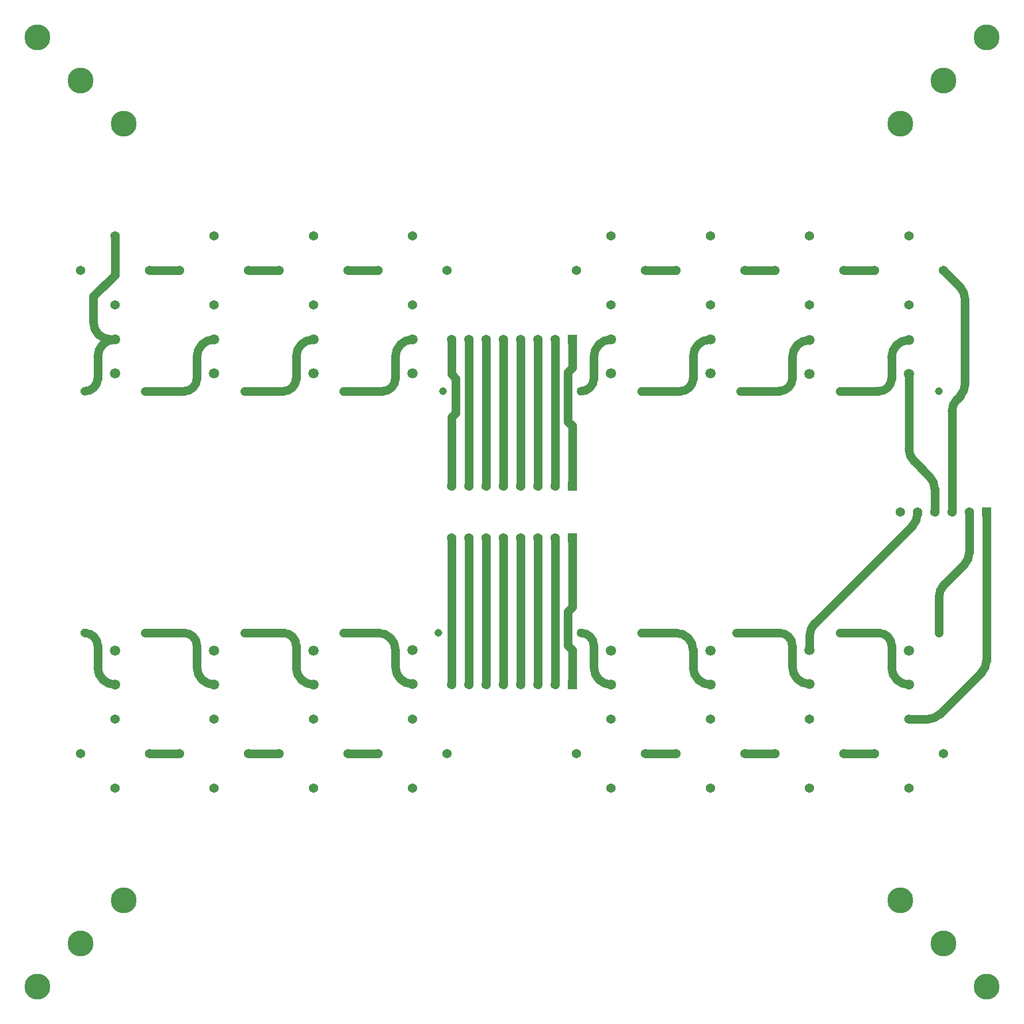
<source format=gbr>
%TF.GenerationSoftware,Altium Limited,Altium Designer,24.0.1 (36)*%
G04 Layer_Physical_Order=1*
G04 Layer_Color=255*
%FSLAX45Y45*%
%MOMM*%
%TF.SameCoordinates,30B9EBA5-48D0-47E5-9341-C4D43BC7BEBE*%
%TF.FilePolarity,Positive*%
%TF.FileFunction,Copper,L1,Top,Signal*%
%TF.Part,Single*%
G01*
G75*
%TA.AperFunction,Conductor*%
%ADD10C,1.27000*%
%TA.AperFunction,ComponentPad*%
%ADD11R,1.37000X1.37000*%
%ADD12C,1.37000*%
%TA.AperFunction,WasherPad*%
%ADD13C,3.81000*%
%TA.AperFunction,ComponentPad*%
%ADD14C,1.14300*%
%ADD15C,1.49860*%
D10*
X5894605Y-201395D02*
G03*
X5969000Y-21790I-179605J179605D01*
G01*
X4455895Y-1640105D02*
G03*
X4381500Y-1819710I179605J-179605D01*
G01*
X6667500Y3133290D02*
G03*
X6593105Y3312895I-254000J0D01*
G01*
Y1703605D02*
G03*
X6667500Y1883210I-179605J179605D01*
G01*
X6551395Y1661895D02*
G03*
X6477000Y1482290I179605J-179605D01*
G01*
X5842000Y930710D02*
G03*
X5916395Y751105I254000J0D01*
G01*
X6223000Y339290D02*
G03*
X6148605Y518895I-254000J0D01*
G01*
X6656605Y-772895D02*
G03*
X6731000Y-593290I-179605J179605D01*
G01*
X6360895Y-1068605D02*
G03*
X6286500Y-1248210I179605J-179605D01*
G01*
X6910605Y-2360395D02*
G03*
X6985000Y-2180790I-179605J179605D01*
G01*
X6117790Y-3048000D02*
G03*
X6297395Y-2973605I0J254000D01*
G01*
X-5842000Y2540000D02*
G03*
X-6096000Y2286000I0J-254000D01*
G01*
X-6159500Y2794000D02*
G03*
X-5905500Y2540000I254000J0D01*
G01*
X-6096000Y-2286000D02*
G03*
X-5842000Y-2540000I254000J0D01*
G01*
X-6096000Y-1968500D02*
G03*
X-6286500Y-1778000I-190500J0D01*
G01*
X1016000Y1778000D02*
G03*
X1206500Y1968500I0J190500D01*
G01*
X5588000Y-2286000D02*
G03*
X5842000Y-2540000I254000J0D01*
G01*
X5588000Y-1968500D02*
G03*
X5397500Y-1778000I-190500J0D01*
G01*
X4127500Y-2278000D02*
G03*
X4381500Y-2532000I254000J0D01*
G01*
X4127500Y-1968500D02*
G03*
X3937000Y-1778000I-190500J0D01*
G01*
X2667000Y-2286000D02*
G03*
X2921000Y-2540000I254000J0D01*
G01*
X2667000Y-2032000D02*
G03*
X2413000Y-1778000I-254000J0D01*
G01*
X1206500Y-2286000D02*
G03*
X1460500Y-2540000I254000J0D01*
G01*
X1206500Y-1968500D02*
G03*
X1016000Y-1778000I-190500J0D01*
G01*
X-1714500Y-2278000D02*
G03*
X-1460500Y-2532000I254000J0D01*
G01*
X-1714500Y-2032000D02*
G03*
X-1968500Y-1778000I-254000J0D01*
G01*
X-3175000Y-2286000D02*
G03*
X-2921000Y-2540000I254000J0D01*
G01*
X-3175000Y-1968500D02*
G03*
X-3365500Y-1778000I-190500J0D01*
G01*
X-4635500Y-2286000D02*
G03*
X-4381500Y-2540000I254000J0D01*
G01*
X-4635500Y-1968500D02*
G03*
X-4826000Y-1778000I-190500J0D01*
G01*
Y1778000D02*
G03*
X-4635500Y1968500I0J190500D01*
G01*
X-6286500Y1778000D02*
G03*
X-6096000Y1968500I0J190500D01*
G01*
X-4381500Y2540000D02*
G03*
X-4635500Y2286000I0J-254000D01*
G01*
X-2921000Y2540000D02*
G03*
X-3175000Y2286000I0J-254000D01*
G01*
X-3365500Y1778000D02*
G03*
X-3175000Y1968500I0J190500D01*
G01*
X-1460500Y2540000D02*
G03*
X-1714500Y2286000I0J-254000D01*
G01*
X-1905000Y1778000D02*
G03*
X-1714500Y1968500I0J190500D01*
G01*
X1460500Y2540000D02*
G03*
X1206500Y2286000I0J-254000D01*
G01*
X2921000Y2540000D02*
G03*
X2667000Y2286000I0J-254000D01*
G01*
X2476500Y1778000D02*
G03*
X2667000Y1968500I0J190500D01*
G01*
X4381500Y2532000D02*
G03*
X4127500Y2278000I0J-254000D01*
G01*
X3940620Y1781620D02*
G03*
X4127500Y1968500I0J186880D01*
G01*
X3933380Y1778000D02*
G03*
X3937000Y1781620I0J3620D01*
G01*
X5842000Y2532000D02*
G03*
X5588000Y2278000I0J-254000D01*
G01*
X5397500Y1778000D02*
G03*
X5388761Y1781620I-8739J-8739D01*
G01*
X5397500Y1778000D02*
G03*
X5588000Y1968500I0J190500D01*
G01*
X4455895Y-1640105D02*
X5894605Y-201395D01*
X4381500Y-2032000D02*
Y-1819710D01*
X5969000Y-21790D02*
Y0D01*
X6350000Y3556000D02*
X6593105Y3312895D01*
X6551395Y1661895D02*
X6593105Y1703605D01*
X6477000Y0D02*
Y1482290D01*
X5916395Y751105D02*
X6148605Y518895D01*
X6223000Y0D02*
Y339290D01*
X6360895Y-1068605D02*
X6656605Y-772895D01*
X6286500Y-1778000D02*
Y-1248210D01*
X6731000Y-593290D02*
Y0D01*
X6297395Y-2973605D02*
X6910605Y-2360395D01*
X6985000Y-2180790D02*
Y0D01*
X5842000Y930710D02*
Y2032000D01*
X-5842000Y4064000D02*
Y4068619D01*
Y3492500D02*
Y4064000D01*
X-5905500Y2540000D02*
X-5842000D01*
X-6159500Y2794000D02*
Y3175000D01*
X-6096000Y1968500D02*
Y2286000D01*
Y-2286000D02*
Y-1968500D01*
X889000Y381000D02*
Y1270000D01*
X825500Y1333500D02*
X889000Y1270000D01*
X825500Y2061250D02*
X889000Y2124750D01*
Y2540000D01*
X825500Y1333500D02*
Y2061250D01*
X635000Y381000D02*
Y2540000D01*
X381000Y381000D02*
Y2540000D01*
X127000Y381000D02*
Y2540000D01*
X-127000Y381000D02*
Y2540000D01*
X-381000Y381000D02*
Y2540000D01*
X-635000Y381000D02*
Y2540000D01*
X-889000Y1397000D02*
X-825500Y1460500D01*
X-889000Y381000D02*
Y1397000D01*
X-825500Y1460500D02*
Y1967147D01*
X-889000Y2030647D02*
Y2540000D01*
Y2030647D02*
X-825500Y1967147D01*
X1206500Y1968500D02*
Y2286000D01*
X825500Y-1460500D02*
X889000Y-1397000D01*
Y-381000D01*
X825500Y-1966000D02*
Y-1460500D01*
Y-1966000D02*
X889000Y-2029500D01*
Y-2540000D02*
Y-2029500D01*
X635000Y-2540000D02*
Y-381000D01*
X381000Y-2540000D02*
Y-381000D01*
X127000Y-2540000D02*
Y-381000D01*
X-127000Y-2540000D02*
Y-381000D01*
X-381000Y-2540000D02*
Y-381000D01*
X-635000Y-2540000D02*
Y-381000D01*
X-889000Y-2540000D02*
Y-381000D01*
X6667500Y1883210D02*
Y3133290D01*
X-6159500Y3175000D02*
X-5842000Y3492500D01*
X5842000Y-3048000D02*
X6117790D01*
X-2413000Y-3556000D02*
X-1968500D01*
X-3873500D02*
X-3429000D01*
X-5334000D02*
X-4889500D01*
X4889500D02*
X5334000D01*
X3429000D02*
X3873500D01*
X1968500D02*
X2413000D01*
X5588000Y-2286000D02*
Y-1968500D01*
X4826000Y-1778000D02*
X5397500D01*
X4127500Y-2278000D02*
Y-1968500D01*
X3302000Y-1778000D02*
X3937000D01*
X2667000Y-2286000D02*
Y-2032000D01*
X1905000Y-1778000D02*
X2413000D01*
X1206500Y-2286000D02*
Y-1968500D01*
X-1714500Y-2278000D02*
Y-2032000D01*
X-2476500Y-1778000D02*
X-1968500D01*
X-3937000D02*
X-3365500D01*
X-3175000Y-2286000D02*
Y-1968500D01*
X-5397500Y-1778000D02*
X-4826000D01*
X-4635500Y-2286000D02*
Y-1968500D01*
X-5397500Y1778000D02*
X-4826000D01*
X-4635500Y1968500D02*
Y2286000D01*
X-3937000Y1778000D02*
X-3365500D01*
X-3175000Y1968500D02*
Y2286000D01*
X-2476500Y1778000D02*
X-1905000D01*
X-1714500Y1968500D02*
Y2286000D01*
X2667000Y1968500D02*
Y2286000D01*
X1905000Y1778000D02*
X2476500D01*
X4127500Y1968500D02*
Y2278000D01*
X3365500Y1778000D02*
X3933380D01*
X3937000Y1781620D02*
X3940620D01*
X5588000Y1968500D02*
Y2278000D01*
X4826000Y1781620D02*
X5388761D01*
X4889500Y3556000D02*
X5334000D01*
X3429000D02*
X3873500D01*
X1968500D02*
X2413000D01*
X-2413000D02*
X-1968500D01*
X-3873500D02*
X-3429000D01*
X-5334000D02*
X-4889500D01*
D11*
X6985000Y0D02*
D03*
X889000Y-2540000D02*
D03*
Y2540000D02*
D03*
Y381000D02*
D03*
Y-381000D02*
D03*
D12*
X6731000Y0D02*
D03*
X6477000D02*
D03*
X6223000D02*
D03*
X5969000D02*
D03*
X5715000D02*
D03*
X-889000Y-2540000D02*
D03*
X-635000D02*
D03*
X-381000D02*
D03*
X-127000D02*
D03*
X127000D02*
D03*
X381000D02*
D03*
X635000D02*
D03*
X-889000Y2540000D02*
D03*
X-635000D02*
D03*
X-381000D02*
D03*
X-127000D02*
D03*
X127000D02*
D03*
X381000D02*
D03*
X635000D02*
D03*
X4889500Y3556000D02*
D03*
X3873500D02*
D03*
X4381500Y3048000D02*
D03*
Y4064000D02*
D03*
X3429000Y3556000D02*
D03*
X2413000D02*
D03*
X2921000Y3048000D02*
D03*
Y4064000D02*
D03*
X1968500Y3556000D02*
D03*
X952500D02*
D03*
X1460500Y3048000D02*
D03*
Y4064000D02*
D03*
X-952500Y3556000D02*
D03*
X-1968500D02*
D03*
X-1460500Y3048000D02*
D03*
Y4064000D02*
D03*
X-2921000D02*
D03*
Y3048000D02*
D03*
X-3429000Y3556000D02*
D03*
X-2413000D02*
D03*
X-3873500D02*
D03*
X-4889500D02*
D03*
X-4381500Y3048000D02*
D03*
Y4064000D02*
D03*
X-5334000Y3556000D02*
D03*
X-6350000D02*
D03*
X-5842000Y3048000D02*
D03*
Y4064000D02*
D03*
X-889000Y381000D02*
D03*
X-635000D02*
D03*
X-381000D02*
D03*
X-127000D02*
D03*
X127000D02*
D03*
X381000D02*
D03*
X635000D02*
D03*
X-889000Y-381000D02*
D03*
X-635000D02*
D03*
X-381000D02*
D03*
X-127000D02*
D03*
X127000D02*
D03*
X381000D02*
D03*
X635000D02*
D03*
X5842000Y-3048000D02*
D03*
Y-4064000D02*
D03*
X5334000Y-3556000D02*
D03*
X6350000D02*
D03*
X4381500Y-3048000D02*
D03*
Y-4064000D02*
D03*
X3873500Y-3556000D02*
D03*
X4889500D02*
D03*
X2921000Y-3048000D02*
D03*
Y-4064000D02*
D03*
X2413000Y-3556000D02*
D03*
X3429000D02*
D03*
X1460500Y-3048000D02*
D03*
Y-4064000D02*
D03*
X952500Y-3556000D02*
D03*
X1968500D02*
D03*
X-1460500Y-3048000D02*
D03*
Y-4064000D02*
D03*
X-1968500Y-3556000D02*
D03*
X-952500D02*
D03*
X-2921000Y-3048000D02*
D03*
Y-4064000D02*
D03*
X-3429000Y-3556000D02*
D03*
X-2413000D02*
D03*
X-4381500Y-3048000D02*
D03*
Y-4064000D02*
D03*
X-4889500Y-3556000D02*
D03*
X-3873500D02*
D03*
X-5842000Y-3048000D02*
D03*
Y-4064000D02*
D03*
X-6350000Y-3556000D02*
D03*
X-5334000D02*
D03*
X5842000Y4064000D02*
D03*
Y3048000D02*
D03*
X5334000Y3556000D02*
D03*
X6350000D02*
D03*
D13*
X-5715000Y5715000D02*
D03*
X5715000D02*
D03*
Y-5715000D02*
D03*
X-5715000D02*
D03*
X-6350000Y6350000D02*
D03*
X6350000D02*
D03*
Y-6350000D02*
D03*
X-6350000D02*
D03*
X-6985000Y-6985000D02*
D03*
X6985000D02*
D03*
Y6985000D02*
D03*
X-6985000D02*
D03*
D14*
X-5397500Y1778000D02*
D03*
X-6286500D02*
D03*
X-3365500D02*
D03*
X-2476500D02*
D03*
X-1905000D02*
D03*
X-1016000D02*
D03*
X-4826000D02*
D03*
X-3937000D02*
D03*
X6286500Y-1778000D02*
D03*
X5397500D02*
D03*
X4826000D02*
D03*
X3937000D02*
D03*
X3302000D02*
D03*
X2413000D02*
D03*
X1905000D02*
D03*
X1016000D02*
D03*
X-1079500D02*
D03*
X-1968500D02*
D03*
X-2476500D02*
D03*
X-3365500D02*
D03*
X-3937000D02*
D03*
X-4826000D02*
D03*
X-5397500D02*
D03*
X-6286500D02*
D03*
X4826000Y1781620D02*
D03*
X3937000D02*
D03*
X1905000Y1778000D02*
D03*
X1016000D02*
D03*
X3365500D02*
D03*
X2476500D02*
D03*
X6286500D02*
D03*
X5397500D02*
D03*
D15*
X-1460500Y2040000D02*
D03*
Y2540000D02*
D03*
X-5842000Y2040000D02*
D03*
Y2540000D02*
D03*
X-4381500Y2040000D02*
D03*
Y2540000D02*
D03*
X-2921000Y2040000D02*
D03*
Y2540000D02*
D03*
X5842000Y-2040000D02*
D03*
Y-2540000D02*
D03*
X4381500Y-2032000D02*
D03*
Y-2532000D02*
D03*
X2921000Y-2040000D02*
D03*
Y-2540000D02*
D03*
X1460500Y-2040000D02*
D03*
Y-2540000D02*
D03*
X-1460500Y-2032000D02*
D03*
Y-2532000D02*
D03*
X-2921000Y-2040000D02*
D03*
Y-2540000D02*
D03*
X-4381500Y-2040000D02*
D03*
Y-2540000D02*
D03*
X-5842000Y-2040000D02*
D03*
Y-2540000D02*
D03*
X5842000Y2532000D02*
D03*
Y2032000D02*
D03*
X4381500Y2532000D02*
D03*
Y2032000D02*
D03*
X2921000Y2540000D02*
D03*
Y2040000D02*
D03*
X1460500Y2540000D02*
D03*
Y2040000D02*
D03*
%TF.MD5,267c05889f9634038e500a5bdce59611*%
M02*

</source>
